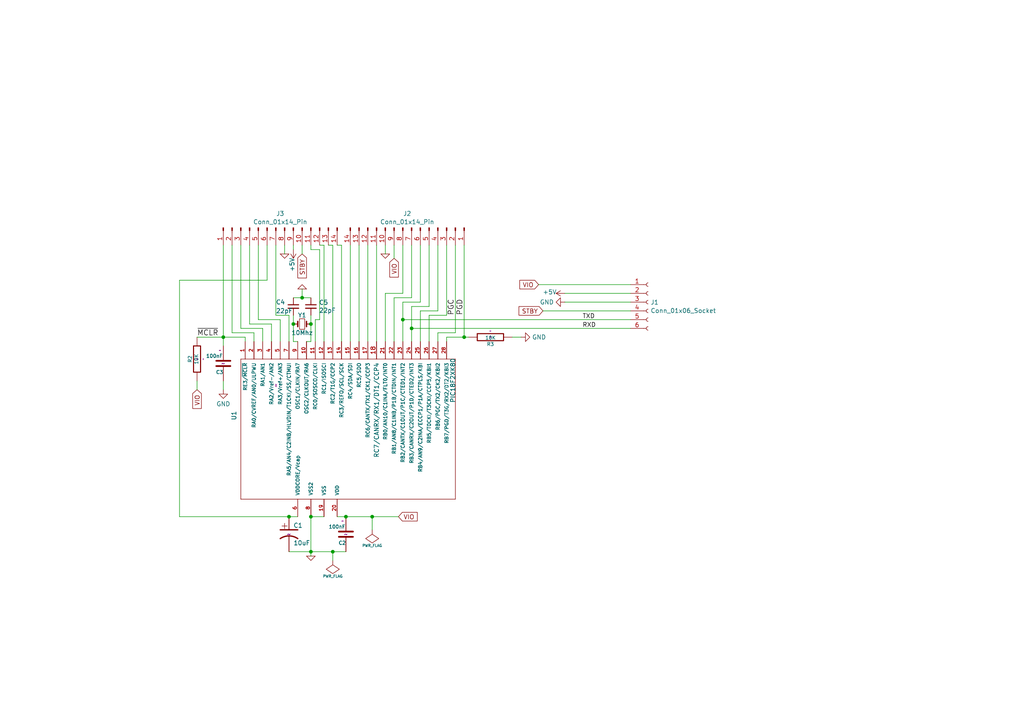
<source format=kicad_sch>
(kicad_sch (version 20231120) (generator "eeschema") (generator_version "8.0")
  (paper "A4")
  (lib_symbols
    (symbol "Connector:Conn_01x06_Socket" (pin_names (offset 1.016) hide)
      (property "Reference" "J" (at 0 7.62 0))
      (property "Value" "Conn_01x06_Socket" (at 0 -10.16 0))
      (symbol "Conn_01x06_Socket_1_1"
        (arc (start 0 -7.112) (mid -0.5058 -7.62) (end 0 -8.128) (stroke (width 0.1524)))
        (arc (start 0 -4.572) (mid -0.5058 -5.08) (end 0 -5.588) (stroke (width 0.1524)))
        (arc (start 0 -2.032) (mid -0.5058 -2.54) (end 0 -3.048) (stroke (width 0.1524)))
        (polyline (pts (xy -1.27 -7.62) (xy -0.508 -7.62)) (stroke (width 0.1524)))
        (polyline (pts (xy -1.27 -5.08) (xy -0.508 -5.08)) (stroke (width 0.1524)))
        (polyline (pts (xy -1.27 -2.54) (xy -0.508 -2.54)) (stroke (width 0.1524)))
        (polyline (pts (xy -1.27 0) (xy -0.508 0)) (stroke (width 0.1524)))
        (polyline (pts (xy -1.27 2.54) (xy -0.508 2.54)) (stroke (width 0.1524)))
        (polyline (pts (xy -1.27 5.08) (xy -0.508 5.08)) (stroke (width 0.1524)))
        (arc (start 0 0.508) (mid -0.5058 0) (end 0 -0.508) (stroke (width 0.1524)))
        (arc (start 0 3.048) (mid -0.5058 2.54) (end 0 2.032) (stroke (width 0.1524)))
        (arc (start 0 5.588) (mid -0.5058 5.08) (end 0 4.572) (stroke (width 0.1524)))
        (pin passive line (at -5.08 5.08 0) (length 3.81) (name "Pin_1") (number "1"))
        (pin passive line (at -5.08 2.54 0) (length 3.81) (name "Pin_2") (number "2"))
        (pin passive line (at -5.08 0 0) (length 3.81) (name "Pin_3") (number "3"))
        (pin passive line (at -5.08 -2.54 0) (length 3.81) (name "Pin_4") (number "4"))
        (pin passive line (at -5.08 -5.08 0) (length 3.81) (name "Pin_5") (number "5"))
        (pin passive line (at -5.08 -7.62 0) (length 3.81) (name "Pin_6") (number "6"))
      )
    )
    (symbol "Connector:Conn_01x14_Pin" (pin_names (offset 1.016) hide)
      (property "Reference" "J" (at 0 17.78 0))
      (property "Value" "Conn_01x14_Pin" (at 0 -20.32 0))
      (symbol "Conn_01x14_Pin_1_1"
        (polyline (pts (xy 1.27 -17.78) (xy 0.8636 -17.78)) (stroke (width 0.1524)))
        (polyline (pts (xy 1.27 -15.24) (xy 0.8636 -15.24)) (stroke (width 0.1524)))
        (polyline (pts (xy 1.27 -12.7) (xy 0.8636 -12.7)) (stroke (width 0.1524)))
        (polyline (pts (xy 1.27 -10.16) (xy 0.8636 -10.16)) (stroke (width 0.1524)))
        (polyline (pts (xy 1.27 -7.62) (xy 0.8636 -7.62)) (stroke (width 0.1524)))
        (polyline (pts (xy 1.27 -5.08) (xy 0.8636 -5.08)) (stroke (width 0.1524)))
        (polyline (pts (xy 1.27 -2.54) (xy 0.8636 -2.54)) (stroke (width 0.1524)))
        (polyline (pts (xy 1.27 0) (xy 0.8636 0)) (stroke (width 0.1524)))
        (polyline (pts (xy 1.27 2.54) (xy 0.8636 2.54)) (stroke (width 0.1524)))
        (polyline (pts (xy 1.27 5.08) (xy 0.8636 5.08)) (stroke (width 0.1524)))
        (polyline (pts (xy 1.27 7.62) (xy 0.8636 7.62)) (stroke (width 0.1524)))
        (polyline (pts (xy 1.27 10.16) (xy 0.8636 10.16)) (stroke (width 0.1524)))
        (polyline (pts (xy 1.27 12.7) (xy 0.8636 12.7)) (stroke (width 0.1524)))
        (polyline (pts (xy 1.27 15.24) (xy 0.8636 15.24)) (stroke (width 0.1524)))
        (rectangle (start 0.8636 -17.653) (end 0 -17.907) (stroke (width 0.1524)) (fill (type outline)))
        (rectangle (start 0.8636 -15.113) (end 0 -15.367) (stroke (width 0.1524)) (fill (type outline)))
        (rectangle (start 0.8636 -12.573) (end 0 -12.827) (stroke (width 0.1524)) (fill (type outline)))
        (rectangle (start 0.8636 -10.033) (end 0 -10.287) (stroke (width 0.1524)) (fill (type outline)))
        (rectangle (start 0.8636 -7.493) (end 0 -7.747) (stroke (width 0.1524)) (fill (type outline)))
        (rectangle (start 0.8636 -4.953) (end 0 -5.207) (stroke (width 0.1524)) (fill (type outline)))
        (rectangle (start 0.8636 -2.413) (end 0 -2.667) (stroke (width 0.1524)) (fill (type outline)))
        (rectangle (start 0.8636 0.127) (end 0 -0.127) (stroke (width 0.1524)) (fill (type outline)))
        (rectangle (start 0.8636 2.667) (end 0 2.413) (stroke (width 0.1524)) (fill (type outline)))
        (rectangle (start 0.8636 5.207) (end 0 4.953) (stroke (width 0.1524)) (fill (type outline)))
        (rectangle (start 0.8636 7.747) (end 0 7.493) (stroke (width 0.1524)) (fill (type outline)))
        (rectangle (start 0.8636 10.287) (end 0 10.033) (stroke (width 0.1524)) (fill (type outline)))
        (rectangle (start 0.8636 12.827) (end 0 12.573) (stroke (width 0.1524)) (fill (type outline)))
        (rectangle (start 0.8636 15.367) (end 0 15.113) (stroke (width 0.1524)) (fill (type outline)))
        (pin passive line (at 5.08 15.24 180) (length 3.81) (name "Pin_1") (number "1"))
        (pin passive line (at 5.08 -7.62 180) (length 3.81) (name "Pin_10") (number "10"))
        (pin passive line (at 5.08 -10.16 180) (length 3.81) (name "Pin_11") (number "11"))
        (pin passive line (at 5.08 -12.7 180) (length 3.81) (name "Pin_12") (number "12"))
        (pin passive line (at 5.08 -15.24 180) (length 3.81) (name "Pin_13") (number "13"))
        (pin passive line (at 5.08 -17.78 180) (length 3.81) (name "Pin_14") (number "14"))
        (pin passive line (at 5.08 12.7 180) (length 3.81) (name "Pin_2") (number "2"))
        (pin passive line (at 5.08 10.16 180) (length 3.81) (name "Pin_3") (number "3"))
        (pin passive line (at 5.08 7.62 180) (length 3.81) (name "Pin_4") (number "4"))
        (pin passive line (at 5.08 5.08 180) (length 3.81) (name "Pin_5") (number "5"))
        (pin passive line (at 5.08 2.54 180) (length 3.81) (name "Pin_6") (number "6"))
        (pin passive line (at 5.08 0 180) (length 3.81) (name "Pin_7") (number "7"))
        (pin passive line (at 5.08 -2.54 180) (length 3.81) (name "Pin_8") (number "8"))
        (pin passive line (at 5.08 -5.08 180) (length 3.81) (name "Pin_9") (number "9"))
      )
    )
    (symbol "Device:Crystal_Small" (pin_numbers hide) (pin_names (offset 1.016) hide)
      (property "Reference" "Y" (at 0 2.54 0))
      (property "Value" "Crystal_Small" (at 0 -2.54 0))
      (symbol "Crystal_Small_0_1"
        (rectangle (start -0.762 -1.524) (end 0.762 1.524))
        (polyline (pts (xy -1.27 -0.762) (xy -1.27 0.762)) (stroke (width 0.381)))
        (polyline (pts (xy 1.27 -0.762) (xy 1.27 0.762)) (stroke (width 0.381)))
      )
      (symbol "Crystal_Small_1_1"
        (pin passive line (at -2.54 0 0) (length 1.27) (name "1") (number "1"))
        (pin passive line (at 2.54 0 180) (length 1.27) (name "2") (number "2"))
      )
    )
    (symbol "control-main-rescue:C-RESCUE-control-main" (pin_numbers hide) (pin_names (offset 0.254))
      (property "Reference" "C" (at 0 2.54 0))
      (property "Value" "C-RESCUE-control-main" (at 0.1524 -2.159 0))
      (symbol "C-RESCUE-control-main_0_1"
        (polyline (pts (xy -2.032 -0.762) (xy 2.032 -0.762)) (stroke (width 0.508)))
        (polyline (pts (xy -2.032 0.762) (xy 2.032 0.762)) (stroke (width 0.508)))
      )
      (symbol "C-RESCUE-control-main_1_1"
        (pin passive line (at 0 5.08 270) (length 4.318) (name "~") (number "1"))
        (pin passive line (at 0 -5.08 90) (length 4.318) (name "~") (number "2"))
      )
    )
    (symbol "control-main-rescue:CP1-RESCUE-control-main" (pin_numbers hide) (pin_names (offset 0.254) hide)
      (property "Reference" "C" (at 1.27 2.54 0))
      (property "Value" "CP1-RESCUE-control-main" (at 1.27 -2.54 0))
      (symbol "CP1-RESCUE-control-main_0_0"
        (text "+" (at -1.27 2.54 0) (effects (font (size 2.032 2.032))))
      )
      (symbol "CP1-RESCUE-control-main_0_1"
        (polyline (pts (xy -2.54 1.27) (xy 2.54 1.27) (xy 1.27 1.27) (xy 1.27 1.27)) (stroke (width 0.381)))
        (arc (start 2.54 -1.27) (mid 0 -0.5009) (end -2.54 -1.27) (stroke (width 0.381)))
      )
      (symbol "CP1-RESCUE-control-main_1_1"
        (pin passive line (at 0 5.08 270) (length 3.81) (name "~") (number "1"))
        (pin passive line (at 0 -5.08 90) (length 4.572) (name "~") (number "2"))
      )
    )
    (symbol "control-main-rescue:GND-RESCUE-control-main" (power) (pin_names (offset 0))
      (symbol "GND-RESCUE-control-main_0_1"
        (polyline (pts (xy -1.27 0) (xy 0 -1.27) (xy 1.27 0) (xy -1.27 0)))
      )
      (symbol "GND-RESCUE-control-main_1_1"
        (pin power_in line (at 0 0 90) (length 0) hide (name "GND") (number "1"))
      )
    )
    (symbol "control-main-rescue:PWR_FLAG" (power) (pin_numbers hide) (pin_names (offset 0) hide)
      (property "Value" "PWR_FLAG" (at 0 4.572 0))
      (symbol "PWR_FLAG_0_0"
        (pin power_out line (at 0 0 90) (length 0) (name "pwr") (number "1"))
      )
      (symbol "PWR_FLAG_0_1"
        (polyline (pts (xy 0 0) (xy 0 1.27) (xy -1.905 2.54) (xy 0 3.81) (xy 1.905 2.54) (xy 0 1.27)))
      )
    )
    (symbol "control-main-rescue:R-RESCUE-control-main" (pin_numbers hide) (pin_names (offset 0))
      (property "Reference" "R" (at 2.032 0 90))
      (property "Value" "R-RESCUE-control-main" (at 0.1778 0.0254 90))
      (symbol "R-RESCUE-control-main_0_1"
        (rectangle (start -1.016 3.81) (end 1.016 -3.81) (stroke (width 0.3048)))
      )
      (symbol "R-RESCUE-control-main_1_1"
        (pin passive line (at 0 6.35 270) (length 2.54) (name "~") (number "1"))
        (pin passive line (at 0 -6.35 90) (length 2.54) (name "~") (number "2"))
      )
    )
    (symbol "microchip-local:PIC18F2xK80" (pin_names (offset 1.016))
      (property "Reference" "U" (at 2.54 33.02 0))
      (property "Value" "PIC18F2xK80" (at 7.62 -33.02 0))
      (symbol "PIC18F2xK80_1_0"
        (polyline (pts (xy -20.32 -30.48) (xy 20.32 -30.48)))
        (polyline (pts (xy -20.32 31.75) (xy -20.32 -30.48)))
        (polyline (pts (xy 20.32 -30.48) (xy 20.32 31.75)))
        (polyline (pts (xy 20.32 31.75) (xy -20.32 31.75)))
      )
      (symbol "PIC18F2xK80_1_1"
        (pin input line (at 25.4 30.48 180) (length 5.08) (name "RE3/~{MCLR}") (number "1"))
        (pin bidirectional line (at 25.4 12.7 180) (length 5.08) (name "OSC2/CLKOUT/RA6") (number "10"))
        (pin bidirectional line (at 25.4 10.16 180) (length 5.08) (name "RC0/SOSCO/CLKI") (number "11"))
        (pin bidirectional line (at 25.4 7.62 180) (length 5.08) (name "RC1/ISOSCI") (number "12"))
        (pin bidirectional line (at 25.4 5.08 180) (length 5.08) (name "RC2/T1G/CCP2") (number "13"))
        (pin bidirectional line (at 25.4 2.54 180) (length 5.08) (name "RC3/REFO/SCL/SCK") (number "14"))
        (pin bidirectional line (at 25.4 0 180) (length 5.08) (name "RC4/SDA/SDI") (number "15"))
        (pin bidirectional line (at 25.4 -2.54 180) (length 5.08) (name "RC5/SDO") (number "16"))
        (pin bidirectional line (at 25.4 -5.08 180) (length 5.08) (name "RC6/CANTX/TX1/CK1/CCP3") (number "17"))
        (pin input line (at 25.4 -7.62 180) (length 5.08) (name "RC7/CANRX/RX1/DT1/CCP4") (number "18"))
        (pin power_in line (at -25.4 7.62 0) (length 5.08) (name "VSS") (number "19"))
        (pin bidirectional line (at 25.4 27.94 180) (length 5.08) (name "RA0/CVREF/AN0/ULPWU") (number "2"))
        (pin power_in line (at -25.4 3.81 0) (length 5.08) (name "VDD") (number "20"))
        (pin bidirectional line (at 25.4 -10.16 180) (length 5.08) (name "RB0/AN10/C1INA/FLT0/INT0") (number "21"))
        (pin bidirectional line (at 25.4 -12.7 180) (length 5.08) (name "RB1/AN8/C1INB/P1B/CTDIN/INT1") (number "22"))
        (pin bidirectional line (at 25.4 -15.24 180) (length 5.08) (name "RB2/CANTX/C1OUT/P1C/CTED1/INT2") (number "23"))
        (pin bidirectional line (at 25.4 -17.78 180) (length 5.08) (name "RB3/CANRX/C2OUT/P1D/CTED2/INT3") (number "24"))
        (pin bidirectional line (at 25.4 -20.32 180) (length 5.08) (name "RB4/AN9/C2INA/ECCP1/P1A/CTPLS/KBI") (number "25"))
        (pin bidirectional line (at 25.4 -22.86 180) (length 5.08) (name "RB5/T0CKI/T3CKI/CCP5/KBI1") (number "26"))
        (pin bidirectional line (at 25.4 -25.4 180) (length 5.08) (name "RB6/PGC/TX2/CK2/KBI2") (number "27"))
        (pin bidirectional line (at 25.4 -27.94 180) (length 5.08) (name "RB7/PGD/T3G/RX2/DT2/KBI3") (number "28"))
        (pin bidirectional line (at 25.4 25.4 180) (length 5.08) (name "RA1/AN1") (number "3"))
        (pin bidirectional line (at 25.4 22.86 180) (length 5.08) (name "RA2/Vref-/AN2") (number "4"))
        (pin bidirectional line (at 25.4 20.32 180) (length 5.08) (name "RA3/Vref+/AN3") (number "5"))
        (pin bidirectional line (at -25.4 15.24 0) (length 5.08) (name "VDDCORE/Vcap") (number "6"))
        (pin bidirectional line (at 25.4 17.78 180) (length 5.08) (name "RA5/AN4/C2INB/HLVDIN/T1CKI/SS/CTMUI") (number "7"))
        (pin power_in line (at -25.4 11.43 0) (length 5.08) (name "VSS2") (number "8"))
        (pin bidirectional line (at 25.4 15.24 180) (length 5.08) (name "OSC1/CLKIN/RA7") (number "9"))
      )
    )
    (symbol "power:+5V" (power) (pin_names (offset 0))
      (property "Value" "+5V" (at 0 3.556 0))
      (symbol "+5V_0_1"
        (polyline (pts (xy -0.762 1.27) (xy 0 2.54)))
        (polyline (pts (xy 0 0) (xy 0 2.54)))
        (polyline (pts (xy 0 2.54) (xy 0.762 1.27)))
      )
      (symbol "+5V_1_1"
        (pin power_in line (at 0 0 90) (length 0) hide (name "+5V") (number "1"))
      )
    )
    (symbol "power:GND" (power) (pin_numbers hide) (pin_names (offset 0) hide)
      (property "Value" "GND" (at 0 -3.81 0))
      (symbol "GND_0_1"
        (polyline (pts (xy 0 0) (xy 0 -1.27) (xy 1.27 -1.27) (xy 0 -2.54) (xy -1.27 -1.27) (xy 0 -1.27)))
      )
      (symbol "GND_1_1"
        (pin power_in line (at 0 0 270) (length 0) (name "~") (number "1"))
      )
    )
    (symbol "remote-control-rescue:C_Small-Device-remote-control-rescue" (pin_numbers hide) (pin_names (offset 0.254) hide)
      (property "Reference" "C" (at 0.254 1.778 0))
      (property "Value" "remote-control-rescue_C_Small-Device" (at 0.254 -2.032 0))
      (symbol "C_Small-Device-remote-control-rescue_0_1"
        (polyline (pts (xy -1.524 -0.508) (xy 1.524 -0.508)) (stroke (width 0.3302)))
        (polyline (pts (xy -1.524 0.508) (xy 1.524 0.508)) (stroke (width 0.3048)))
      )
      (symbol "C_Small-Device-remote-control-rescue_1_1"
        (pin passive line (at 0 2.54 270) (length 2.032) (name "~") (number "1"))
        (pin passive line (at 0 -2.54 90) (length 2.032) (name "~") (number "2"))
      )
    )
    (symbol "remote-control-rescue:GND-RESCUE-capteur-capteur-rescue-remote-control-rescue" (power) (pin_names (offset 0))
      (symbol "GND-RESCUE-capteur-capteur-rescue-remote-control-rescue_0_1"
        (polyline (pts (xy -1.27 0) (xy 0 -1.27) (xy 1.27 0) (xy -1.27 0)))
      )
      (symbol "GND-RESCUE-capteur-capteur-rescue-remote-control-rescue_1_1"
        (pin power_in line (at 0 0 90) (length 0) hide (name "GND") (number "1"))
      )
    )
  )
  (junction (at 90.17 149.86))
  (junction (at 116.84 92.71))
  (junction (at 83.82 149.86))
  (junction (at 100.33 149.86))
  (junction (at 119.38 95.25))
  (junction (at 85.09 93.98))
  (junction (at 90.17 93.98))
  (junction (at 90.17 160.02))
  (junction (at 96.52 160.02))
  (junction (at 87.63 86.36))
  (junction (at 107.95 149.86))
  (junction (at 64.77 97.79))
  (junction (at 134.62 97.79))
  (wire (pts (xy 104.14 71.12) (xy 104.14 99.06)))
  (wire (pts (xy 124.46 88.9) (xy 124.46 71.12)))
  (wire (pts (xy 129.54 91.44) (xy 129.54 71.12)))
  (wire (pts (xy 134.62 71.12) (xy 134.62 97.79)))
  (wire (pts (xy 83.82 91.44) (xy 83.82 99.06)))
  (wire (pts (xy 116.84 92.71) (xy 116.84 87.63)))
  (wire (pts (xy 90.17 72.39) (xy 90.17 71.12)))
  (wire (pts (xy 111.76 71.12) (xy 111.76 73.66)))
  (wire (pts (xy 96.52 160.02) (xy 100.33 160.02)))
  (wire (pts (xy 107.95 149.86) (xy 115.57 149.86)))
  (wire (pts (xy 114.3 86.36) (xy 119.38 86.36)))
  (wire (pts (xy 81.28 92.71) (xy 74.93 92.71)))
  (wire (pts (xy 111.76 99.06) (xy 111.76 85.09)))
  (wire (pts (xy 96.52 71.12) (xy 95.25 71.12)))
  (wire (pts (xy 57.15 110.49) (xy 57.15 113.03)))
  (wire (pts (xy 121.92 90.17) (xy 127 90.17)))
  (wire (pts (xy 99.06 71.12) (xy 97.79 71.12)))
  (wire (pts (xy 85.09 91.44) (xy 85.09 93.98)))
  (wire (pts (xy 90.17 149.86) (xy 93.98 149.86)))
  (wire (pts (xy 116.84 87.63) (xy 121.92 87.63)))
  (wire (pts (xy 81.28 92.71) (xy 81.28 99.06)))
  (wire (pts (xy 109.22 71.12) (xy 109.22 99.06)))
  (wire (pts (xy 64.77 97.79) (xy 71.12 97.79)))
  (wire (pts (xy 69.85 95.25) (xy 69.85 71.12)))
  (wire (pts (xy 92.71 72.39) (xy 90.17 72.39)))
  (wire (pts (xy 76.2 95.25) (xy 69.85 95.25)))
  (wire (pts (xy 121.92 87.63) (xy 121.92 71.12)))
  (wire (pts (xy 107.95 149.86) (xy 107.95 153.67)))
  (wire (pts (xy 93.98 99.06) (xy 93.98 71.12)))
  (wire (pts (xy 163.83 87.63) (xy 182.88 87.63)))
  (wire (pts (xy 77.47 81.28) (xy 52.07 81.28)))
  (wire (pts (xy 91.44 92.71) (xy 92.71 92.71)))
  (wire (pts (xy 148.59 97.79) (xy 151.13 97.79)))
  (wire (pts (xy 76.2 95.25) (xy 76.2 99.06)))
  (wire (pts (xy 90.17 160.02) (xy 96.52 160.02)))
  (wire (pts (xy 71.12 97.79) (xy 71.12 99.06)))
  (wire (pts (xy 90.17 149.86) (xy 90.17 160.02)))
  (wire (pts (xy 134.62 97.79) (xy 129.54 97.79)))
  (wire (pts (xy 156.21 82.55) (xy 182.88 82.55)))
  (wire (pts (xy 124.46 99.06) (xy 124.46 91.44)))
  (wire (pts (xy 90.17 99.06) (xy 88.9 99.06)))
  (wire (pts (xy 92.71 92.71) (xy 92.71 72.39)))
  (wire (pts (xy 90.17 93.98) (xy 90.17 91.44)))
  (wire (pts (xy 67.31 96.52) (xy 67.31 71.12)))
  (wire (pts (xy 52.07 149.86) (xy 83.82 149.86)))
  (wire (pts (xy 163.83 85.09) (xy 182.88 85.09)))
  (wire (pts (xy 91.44 99.06) (xy 91.44 92.71)))
  (wire (pts (xy 78.74 93.98) (xy 78.74 99.06)))
  (wire (pts (xy 93.98 71.12) (xy 92.71 71.12)))
  (wire (pts (xy 121.92 99.06) (xy 121.92 90.17)))
  (wire (pts (xy 78.74 93.98) (xy 72.39 93.98)))
  (wire (pts (xy 85.09 99.06) (xy 86.36 99.06)))
  (wire (pts (xy 111.76 85.09) (xy 116.84 85.09)))
  (wire (pts (xy 73.66 96.52) (xy 67.31 96.52)))
  (wire (pts (xy 116.84 99.06) (xy 116.84 92.71)))
  (wire (pts (xy 127 96.52) (xy 127 99.06)))
  (wire (pts (xy 83.82 149.86) (xy 86.36 149.86)))
  (wire (pts (xy 52.07 81.28) (xy 52.07 149.86)))
  (wire (pts (xy 106.68 71.12) (xy 106.68 99.06)))
  (wire (pts (xy 57.15 97.79) (xy 64.77 97.79)))
  (wire (pts (xy 82.55 71.12) (xy 82.55 73.66)))
  (wire (pts (xy 96.52 160.02) (xy 96.52 162.56)))
  (wire (pts (xy 100.33 149.86) (xy 107.95 149.86)))
  (wire (pts (xy 90.17 93.98) (xy 90.17 99.06)))
  (wire (pts (xy 129.54 97.79) (xy 129.54 99.06)))
  (wire (pts (xy 119.38 95.25) (xy 119.38 88.9)))
  (wire (pts (xy 87.63 71.12) (xy 87.63 73.66)))
  (wire (pts (xy 127 90.17) (xy 127 71.12)))
  (wire (pts (xy 90.17 160.02) (xy 90.17 161.29)))
  (wire (pts (xy 114.3 99.06) (xy 114.3 86.36)))
  (wire (pts (xy 77.47 71.12) (xy 77.47 81.28)))
  (wire (pts (xy 135.89 97.79) (xy 134.62 97.79)))
  (wire (pts (xy 101.6 71.12) (xy 101.6 99.06)))
  (wire (pts (xy 116.84 92.71) (xy 182.88 92.71)))
  (wire (pts (xy 87.63 83.82) (xy 87.63 86.36)))
  (wire (pts (xy 83.82 91.44) (xy 80.01 91.44)))
  (wire (pts (xy 74.93 92.71) (xy 74.93 71.12)))
  (wire (pts (xy 73.66 96.52) (xy 73.66 99.06)))
  (wire (pts (xy 119.38 88.9) (xy 124.46 88.9)))
  (wire (pts (xy 96.52 99.06) (xy 96.52 71.12)))
  (wire (pts (xy 124.46 91.44) (xy 129.54 91.44)))
  (wire (pts (xy 64.77 97.79) (xy 64.77 100.33)))
  (wire (pts (xy 64.77 110.49) (xy 64.77 113.03)))
  (wire (pts (xy 87.63 86.36) (xy 90.17 86.36)))
  (wire (pts (xy 80.01 91.44) (xy 80.01 71.12)))
  (wire (pts (xy 119.38 86.36) (xy 119.38 71.12)))
  (wire (pts (xy 99.06 99.06) (xy 99.06 71.12)))
  (wire (pts (xy 83.82 160.02) (xy 90.17 160.02)))
  (wire (pts (xy 119.38 99.06) (xy 119.38 95.25)))
  (wire (pts (xy 132.08 96.52) (xy 127 96.52)))
  (wire (pts (xy 132.08 71.12) (xy 132.08 96.52)))
  (wire (pts (xy 119.38 95.25) (xy 182.88 95.25)))
  (wire (pts (xy 116.84 85.09) (xy 116.84 71.12)))
  (wire (pts (xy 85.09 93.98) (xy 85.09 99.06)))
  (wire (pts (xy 64.77 71.12) (xy 64.77 97.79)))
  (wire (pts (xy 114.3 71.12) (xy 114.3 74.93)))
  (wire (pts (xy 85.09 71.12) (xy 85.09 72.39)))
  (wire (pts (xy 72.39 93.98) (xy 72.39 71.12)))
  (wire (pts (xy 97.79 149.86) (xy 100.33 149.86)))
  (wire (pts (xy 87.63 86.36) (xy 85.09 86.36)))
  (wire (pts (xy 157.48 90.17) (xy 182.88 90.17)))
  (label "PGC" (at 132.08 91.44 90) (effects (font (size 1.524 1.524))))
  (label "TXD" (at 168.91 92.71 0))
  (label "RXD" (at 168.91 95.25 0))
  (label "PGD" (at 134.62 91.44 90) (effects (font (size 1.524 1.524))))
  (label "~{MCLR}" (at 57.15 97.79 0) (effects (font (size 1.524 1.524))))
  (global_label "VIO" (shape input) (at 114.3 74.93 270) (property "Intersheetrefs" "${INTERSHEET_REFS}" (effects (hide yes))))
  (global_label "STBY" (shape input) (at 157.48 90.17 180) (property "Intersheetrefs" "${INTERSHEET_REFS}" (effects (hide yes))))
  (global_label "VIO" (shape input) (at 57.15 113.03 270) (property "Intersheetrefs" "${INTERSHEET_REFS}" (effects (hide yes))))
  (global_label "VIO" (shape input) (at 115.57 149.86 0) (property "Intersheetrefs" "${INTERSHEET_REFS}" (effects (hide yes))))
  (global_label "STBY" (shape input) (at 87.63 73.66 270) (property "Intersheetrefs" "${INTERSHEET_REFS}" (effects (hide yes))))
  (global_label "VIO" (shape input) (at 156.21 82.55 180) (property "Intersheetrefs" "${INTERSHEET_REFS}" (effects (hide yes))))
  (symbol (lib_id "Connector:Conn_01x06_Socket") (at 187.96 87.63 0) (unit 1)
    (property "Reference" "J1" (at 188.6712 87.6878 0) (effects (justify left)))
    (property "Value" "Conn_01x06_Socket" (at 188.6712 90.1121 0) (effects (justify left)))
    (property "Footprint" "Connector_PinSocket_2.54mm:PinSocket_1x06_P2.54mm_Horizontal" (effects (hide yes)))
  )
  (symbol (lib_id "remote-control-rescue:C_Small-Device-remote-control-rescue") (at 85.09 88.9 0) (unit 1)
    (property "Reference" "C4" (at 80.01 87.63 0) (effects (justify left)))
    (property "Value" "22pF" (at 80.01 90.17 0) (effects (justify left)))
    (property "Footprint" "Capacitor_THT:C_Disc_D3.4mm_W2.1mm_P2.50mm" (effects (hide yes)))
  )
  (symbol (lib_id "control-main-rescue:R-RESCUE-control-main") (at 142.24 97.79 270) (unit 1)
    (property "Reference" "R3" (at 142.24 99.822 90) (effects (font (size 1.016 1.016))))
    (property "Value" "10K" (at 142.2654 97.9678 90) (effects (font (size 1.016 1.016))))
    (property "Footprint" "~" (at 142.24 96.012 90) (effects (font (size 0.762 0.762))))
    (property "Datasheet" "~" (at 142.24 97.79 0) (effects (font (size 0.762 0.762))))
  )
  (symbol (lib_id "Connector:Conn_01x14_Pin") (at 119.38 66.04 270) (unit 1)
    (property "Reference" "J2" (at 118.11 61.9463 90))
    (property "Value" "Conn_01x14_Pin" (at 118.11 64.3706 90))
    (property "Description" "Generic connector, single row, 01x14, script generated" (effects (hide yes)))
  )
  (symbol (lib_id "control-main-rescue:GND-RESCUE-control-main") (at 82.55 73.66 0) (unit 1)
    (property "Reference" "#PWR09" (effects (hide yes)))
    (property "Value" "GND" (effects (hide yes)))
  )
  (symbol (lib_id "control-main-rescue:CP1-RESCUE-control-main") (at 83.82 154.94 0) (unit 1)
    (property "Reference" "C1" (at 85.09 152.4 0) (effects (justify left)))
    (property "Value" "10uF" (at 85.09 157.48 0) (effects (justify left)))
    (property "Footprint" "~" (at 83.82 154.94 0) (effects (font (size 1.524 1.524))))
    (property "Datasheet" "~" (at 83.82 154.94 0) (effects (font (size 1.524 1.524))))
  )
  (symbol (lib_id "control-main-rescue:C-RESCUE-control-main") (at 100.33 154.94 180) (unit 1)
    (property "Reference" "C2" (at 100.33 157.48 0) (effects (font (size 1.016 1.016)) (justify left)))
    (property "Value" "100nF" (at 100.1776 152.781 0) (effects (font (size 1.016 1.016)) (justify left)))
    (property "Footprint" "~" (at 99.3648 151.13 0) (effects (font (size 0.762 0.762))))
    (property "Datasheet" "~" (at 100.33 154.94 0) (effects (font (size 1.524 1.524))))
  )
  (symbol (lib_id "power:+5V") (at 85.09 72.39 180) (unit 1)
    (property "Reference" "#PWR08" (effects (hide yes)))
    (property "Value" "+5V" (at 84.709 76.7842 90))
  )
  (symbol (lib_id "Device:Crystal_Small") (at 87.63 93.98 0) (unit 1)
    (property "Reference" "Y1" (at 87.63 91.44 0))
    (property "Value" "10Mhz" (at 87.63 96.52 0))
    (property "Footprint" "Crystal:Crystal_HC18-U_Vertical" (effects (hide yes)))
  )
  (symbol (lib_id "control-main-rescue:PWR_FLAG") (at 96.52 162.56 180) (unit 1)
    (property "Reference" "#PWR_PIC02" (effects (hide yes)))
    (property "Value" "PWR_FLAG" (at 96.52 167.132 0) (effects (font (size 0.762 0.762))))
  )
  (symbol (lib_id "control-main-rescue:PWR_FLAG") (at 107.95 153.67 180) (unit 1)
    (property "Reference" "#PWR_PIC01" (effects (hide yes)))
    (property "Value" "PWR_FLAG" (at 107.95 158.242 0) (effects (font (size 0.762 0.762))))
  )
  (symbol (lib_id "control-main-rescue:R-RESCUE-control-main") (at 57.15 104.14 180) (unit 1)
    (property "Reference" "R2" (at 55.118 104.14 90) (effects (font (size 1.016 1.016))))
    (property "Value" "10K" (at 56.9722 104.1654 90) (effects (font (size 1.016 1.016))))
    (property "Footprint" "~" (at 58.928 104.14 90) (effects (font (size 0.762 0.762))))
    (property "Datasheet" "~" (at 57.15 104.14 0) (effects (font (size 0.762 0.762))))
  )
  (symbol (lib_id "power:GND") (at 151.13 97.79 90) (unit 1)
    (property "Reference" "#PWR07" (effects (hide yes)))
    (property "Value" "GND" (at 154.305 97.79 90) (effects (justify right)))
    (property "Description" "Power symbol creates a global label with name \"GND\" , ground" (effects (hide yes)))
  )
  (symbol (lib_id "control-main-rescue:GND-RESCUE-control-main") (at 90.17 161.29 0) (unit 1)
    (property "Reference" "#PWR05" (effects (hide yes)))
    (property "Value" "GND" (effects (hide yes)))
  )
  (symbol (lib_id "control-main-rescue:C-RESCUE-control-main") (at 64.77 105.41 180) (unit 1)
    (property "Reference" "C3" (at 64.77 107.95 0) (effects (font (size 1.016 1.016)) (justify left)))
    (property "Value" "100nF" (at 64.6176 103.251 0) (effects (font (size 1.016 1.016)) (justify left)))
    (property "Footprint" "~" (at 63.8048 101.6 0) (effects (font (size 0.762 0.762))))
    (property "Datasheet" "~" (at 64.77 105.41 0) (effects (font (size 1.524 1.524))))
  )
  (symbol (lib_id "microchip-local:PIC18F2xK80") (at 101.6 124.46 90) (unit 1)
    (property "Reference" "U1" (at 68.58 121.92 0) (effects (justify left bottom)))
    (property "Value" "PIC18F2XK80" (at 132.08 116.84 0) (effects (justify left bottom)))
    (property "Datasheet" "~" (at 80.01 111.76 0) (effects (font (size 1.524 1.524))))
  )
  (symbol (lib_id "power:+5V") (at 163.83 85.09 90) (unit 1)
    (property "Reference" "#PWR02" (effects (hide yes)))
    (property "Value" "+5V" (at 159.4358 84.709 90))
  )
  (symbol (lib_id "remote-control-rescue:GND-RESCUE-capteur-capteur-rescue-remote-control-rescue") (at 87.63 83.82 180) (unit 1)
    (property "Reference" "#PWR03" (effects (hide yes)))
    (property "Value" "GND" (effects (hide yes)))
  )
  (symbol (lib_id "power:GND") (at 163.83 87.63 270) (unit 1)
    (property "Reference" "#PWR01" (effects (hide yes)))
    (property "Value" "GND" (at 160.6551 87.63 90) (effects (justify right)))
    (property "Description" "Power symbol creates a global label with name \"GND\" , ground" (effects (hide yes)))
  )
  (symbol (lib_id "Connector:Conn_01x14_Pin") (at 80.01 66.04 90) (mirror x) (unit 1)
    (property "Reference" "J3" (at 81.28 61.9463 90))
    (property "Value" "Conn_01x14_Pin" (at 81.28 64.3706 90))
    (property "Description" "Generic connector, single row, 01x13, script generated" (effects (hide yes)))
  )
  (symbol (lib_id "remote-control-rescue:C_Small-Device-remote-control-rescue") (at 90.17 88.9 0) (unit 1)
    (property "Reference" "C5" (at 92.5068 87.7316 0) (effects (justify left)))
    (property "Value" "22pF" (at 92.5068 90.043 0) (effects (justify left)))
    (property "Footprint" "Capacitor_THT:C_Disc_D3.4mm_W2.1mm_P2.50mm" (effects (hide yes)))
  )
  (symbol (lib_id "control-main-rescue:GND-RESCUE-control-main") (at 111.76 73.66 0) (unit 1)
    (property "Reference" "#PWR04" (effects (hide yes)))
    (property "Value" "GND" (effects (hide yes)))
  )
  (symbol (lib_id "power:GND") (at 64.77 113.03 0) (unit 1)
    (property "Reference" "#PWR06" (effects (hide yes)))
    (property "Value" "GND" (at 64.77 117.1631 0))
    (property "Description" "Power symbol creates a global label with name \"GND\" , ground" (effects (hide yes)))
  )
)
</source>
